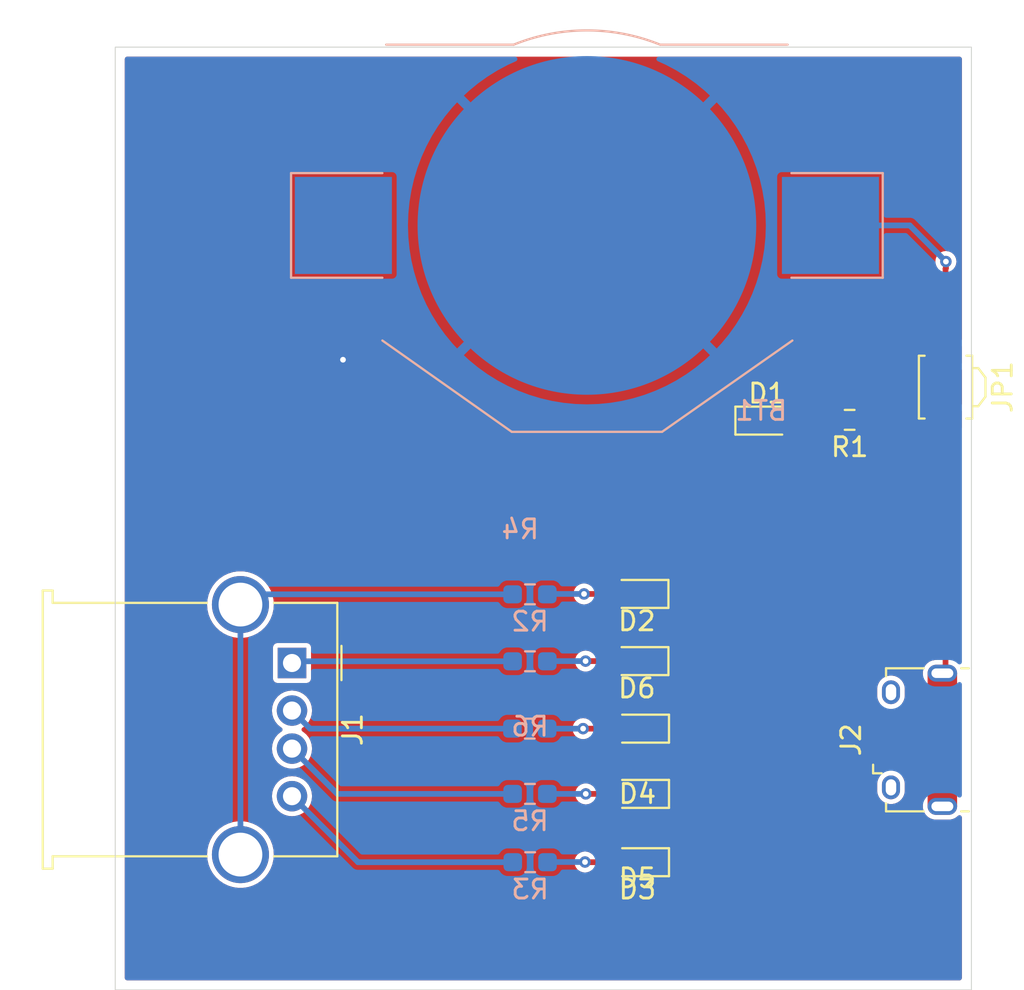
<source format=kicad_pcb>
(kicad_pcb (version 20240108) (generator "pcbnew") (generator_version "8.0")
  (layers (0 "F.Cu" signal) (31 "B.Cu" signal) (34 "B.Paste" user) (35 "F.Paste" user) (36 "B.SilkS" user "B.Silkscreen") (37 "F.SilkS" user "F.Silkscreen") (38 "B.Mask" user) (39 "F.Mask" user) (44 "Edge.Cuts" user))
  (net 0 "")
  (net 1 "Net-(BT1-+)")
  (net 2 "/Gnd")
  (net 3 "Net-(D1-A)")
  (net 4 "Net-(D2-A)")
  (net 5 "Net-(D3-A)")
  (net 6 "Net-(D4-A)")
  (net 7 "Net-(D5-A)")
  (net 8 "Net-(D6-A)")
  (net 9 "Net-(J1-D+)")
  (net 10 "Net-(J1-D-)")
  (net 11 "Net-(J1-VBUS)")
  (net 12 "Net-(J1-GND)")
  (net 13 "Net-(J1-Shield)")
  (net 14 "/Vcc")
  (footprint "Button_Switch_SMD:SW_SPST_B3U-3000P" (layer "F.Cu") (at 162.35 86.5 -90)
    (property "Reference" "JP1" (at 0 -3 90) (layer "F.SilkS"))
    (property "Value" "Jumper_2_Bridged")
    (fp_line (start -1.65 1.4) (end 1.65 1.4) (stroke (width 0.12)) (layer "F.SilkS"))
    (fp_line (start 1.65 1.4) (end 1.65 1.1) (stroke (width 0.12)) (layer "F.SilkS"))
    (fp_line (start -1.65 1.1) (end -1.65 1.4) (stroke (width 0.12)) (layer "F.SilkS"))
    (fp_line (start -1.65 -1.1) (end -1.65 -1.4) (stroke (width 0.12)) (layer "F.SilkS"))
    (fp_line (start -1.65 -1.4) (end 1.65 -1.4) (stroke (width 0.12)) (layer "F.SilkS"))
    (fp_line (start 1.65 -1.4) (end 1.65 -1.1) (stroke (width 0.12)) (layer "F.SilkS"))
    (fp_line (start -1 -1.72) (end -1 -1.4) (stroke (width 0.12)) (layer "F.SilkS"))
    (fp_line (start 1 -1.72) (end 1 -1.4) (stroke (width 0.12)) (layer "F.SilkS"))
    (fp_line (start -0.5 -2.1) (end -1 -1.72) (stroke (width 0.12)) (layer "F.SilkS"))
    (fp_line (start -0.5 -2.1) (end 0.5 -2.1) (stroke (width 0.12)) (layer "F.SilkS"))
    (fp_line (start 0.5 -2.1) (end 1 -1.72) (stroke (width 0.12)) (layer "F.SilkS"))
    (pad "1" smd rect (at -1.7 0 270) (size 0.9 1.7) (layers "F.Cu" "F.Paste" "F.Mask") (net 1 "Net-(BT1-+)"))
    (pad "2" smd rect (at 1.7 0 270) (size 0.9 1.7) (layers "F.Cu" "F.Paste" "F.Mask") (net 14 "/Vcc"))
  )
  (footprint "LED_SMD:LED_0603_1608Metric_Pad1.05x0.95mm_HandSolder" (layer "F.Cu") (at 146.125 100.9 180)
    (property "Reference" "D6" (at 0 -1.43 180) (layer "F.SilkS"))
    (property "Value" "LED")
    (fp_line (start 0.8 -0.735) (end -1.66 -0.735) (stroke (width 0.12)) (layer "F.SilkS"))
    (fp_line (start -1.66 0.735) (end 0.8 0.735) (stroke (width 0.12)) (layer "F.SilkS"))
    (fp_line (start -1.66 -0.735) (end -1.66 0.735) (stroke (width 0.12)) (layer "F.SilkS"))
    (pad "1" smd roundrect (at -0.875 0 180) (size 1.05 0.95) (layers "F.Cu" "F.Paste" "F.Mask") (net 2 "/Gnd"))
    (pad "2" smd roundrect (at 0.875 0 180) (size 1.05 0.95) (layers "F.Cu" "F.Paste" "F.Mask") (net 8 "Net-(D6-A)"))
  )
  (footprint "LED_SMD:LED_0603_1608Metric_Pad1.05x0.95mm_HandSolder" (layer "F.Cu") (at 146.155 104.45 180)
    (property "Reference" "D4" (at 0 -3.43 180) (layer "F.SilkS"))
    (property "Value" "LED")
    (fp_line (start 0.8 -0.735) (end -1.66 -0.735) (stroke (width 0.12)) (layer "F.SilkS"))
    (fp_line (start -1.66 0.735) (end 0.8 0.735) (stroke (width 0.12)) (layer "F.SilkS"))
    (fp_line (start -1.66 -0.735) (end -1.66 0.735) (stroke (width 0.12)) (layer "F.SilkS"))
    (pad "1" smd roundrect (at -0.875 0 180) (size 1.05 0.95) (layers "F.Cu" "F.Paste" "F.Mask") (net 2 "/Gnd"))
    (pad "2" smd roundrect (at 0.875 0 180) (size 1.05 0.95) (layers "F.Cu" "F.Paste" "F.Mask") (net 6 "Net-(D4-A)"))
  )
  (footprint "LED_SMD:LED_0603_1608Metric_Pad1.05x0.95mm_HandSolder" (layer "F.Cu") (at 146.155 111.47 180)
    (property "Reference" "D3" (at 0 -1.43 180) (layer "F.SilkS"))
    (property "Value" "LED")
    (fp_line (start 0.8 -0.735) (end -1.66 -0.735) (stroke (width 0.12)) (layer "F.SilkS"))
    (fp_line (start -1.66 0.735) (end 0.8 0.735) (stroke (width 0.12)) (layer "F.SilkS"))
    (fp_line (start -1.66 -0.735) (end -1.66 0.735) (stroke (width 0.12)) (layer "F.SilkS"))
    (pad "1" smd roundrect (at -0.875 0 180) (size 1.05 0.95) (layers "F.Cu" "F.Paste" "F.Mask") (net 2 "/Gnd"))
    (pad "2" smd roundrect (at 0.875 0 180) (size 1.05 0.95) (layers "F.Cu" "F.Paste" "F.Mask") (net 5 "Net-(D3-A)"))
  )
  (footprint "Connector_USB:USB_Micro-B_Amphenol_10118194_Horizontal" (layer "F.Cu") (at 160.883037 105.036607 90)
    (property "Reference" "J2" (at 0 -3.5 270) (layer "F.SilkS"))
    (property "Value" "USB_B_Micro")
    (fp_line (start -1.31 -2.34) (end -1.76 -2.34) (stroke (width 0.12)) (layer "F.SilkS"))
    (fp_line (start -1.76 -1.89) (end -1.76 -2.34) (stroke (width 0.12)) (layer "F.SilkS"))
    (fp_line (start 3.76 -1.66) (end 3.34 -1.66) (stroke (width 0.12)) (layer "F.SilkS"))
    (fp_line (start -3.76 -1.66) (end -3.34 -1.66) (stroke (width 0.12)) (layer "F.SilkS"))
    (fp_line (start 3.76 0.32) (end 3.76 -1.66) (stroke (width 0.12)) (layer "F.SilkS"))
    (fp_line (start -3.76 0.32) (end -3.76 -1.66) (stroke (width 0.12)) (layer "F.SilkS"))
    (fp_line (start 3.76 2.29) (end 3.76 2.69) (stroke (width 0.12)) (layer "F.SilkS"))
    (fp_line (start -3.76 2.69) (end -3.76 2.29) (stroke (width 0.12)) (layer "F.SilkS"))
    (pad "1" smd rect (at -1.3 -1.4 90) (size 0.4 1.35) (layers "F.Cu" "F.Paste" "F.Mask") (net 14 "/Vcc"))
    (pad "2" smd rect (at -0.65 -1.4 90) (size 0.4 1.35) (layers "F.Cu" "F.Paste" "F.Mask") (net 14 "/Vcc"))
    (pad "3" smd rect (at 0 -1.4 90) (size 0.4 1.35) (layers "F.Cu" "F.Paste" "F.Mask") (net 14 "/Vcc"))
    (pad "4" smd rect (at 0.65 -1.4 90) (size 0.4 1.35) (layers "F.Cu" "F.Paste" "F.Mask") (net 14 "/Vcc"))
    (pad "5" smd rect (at 1.3 -1.4 90) (size 0.4 1.35) (layers "F.Cu" "F.Paste" "F.Mask") (net 14 "/Vcc"))
    (pad "6" thru_hole oval (at -3.5 1.3 90) (size 0.89 1.55) (drill oval 0.5 1.15) (layers "*.Cu" "*.Mask") (net 14 "/Vcc"))
    (pad "6" smd rect (at -2.9 1.3 90) (size 1.2 1.55) (layers "F.Cu" "F.Paste" "F.Mask") (net 14 "/Vcc"))
    (pad "6" thru_hole oval (at -2.5 -1.4 90) (size 1.25 0.95) (drill oval 0.85 0.55) (layers "*.Cu" "*.Mask") (net 14 "/Vcc"))
    (pad "6" smd rect (at -1 1.3 90) (size 1.5 1.55) (layers "F.Cu" "F.Paste" "F.Mask") (net 14 "/Vcc"))
    (pad "6" smd rect (at 1 1.3 90) (size 1.5 1.55) (layers "F.Cu" "F.Paste" "F.Mask") (net 14 "/Vcc"))
    (pad "6" thru_hole oval (at 2.5 -1.4 90) (size 1.25 0.95) (drill oval 0.85 0.55) (layers "*.Cu" "*.Mask") (net 14 "/Vcc"))
    (pad "6" smd rect (at 2.9 1.3 90) (size 1.2 1.55) (layers "F.Cu" "F.Paste" "F.Mask") (net 14 "/Vcc"))
    (pad "6" thru_hole oval (at 3.5 1.3 90) (size 0.89 1.55) (drill oval 0.5 1.15) (layers "*.Cu" "*.Mask") (net 14 "/Vcc"))
  )
  (footprint "Resistor_SMD:R_0603_1608Metric_Pad0.98x0.95mm_HandSolder" (layer "F.Cu") (at 157.31 88.22 180)
    (property "Reference" "R1" (at 0 -1.43 180) (layer "F.SilkS"))
    (property "Value" "10k")
    (fp_line (start -0.254724 0.5225) (end 0.254724 0.5225) (stroke (width 0.12)) (layer "F.SilkS"))
    (fp_line (start -0.254724 -0.5225) (end 0.254724 -0.5225) (stroke (width 0.12)) (layer "F.SilkS"))
    (pad "1" smd roundrect (at -0.9125 0 180) (size 0.975 0.95) (layers "F.Cu" "F.Paste" "F.Mask") (net 14 "/Vcc"))
    (pad "2" smd roundrect (at 0.9125 0 180) (size 0.975 0.95) (layers "F.Cu" "F.Paste" "F.Mask") (net 3 "Net-(D1-A)"))
  )
  (footprint "LED_SMD:LED_0603_1608Metric_Pad1.05x0.95mm_HandSolder" (layer "F.Cu") (at 152.965 88.26)
    (property "Reference" "D1" (at 0 -1.43 360) (layer "F.SilkS"))
    (property "Value" "LED")
    (fp_line (start -1.66 -0.735) (end -1.66 0.735) (stroke (width 0.12)) (layer "F.SilkS"))
    (fp_line (start -1.66 0.735) (end 0.8 0.735) (stroke (width 0.12)) (layer "F.SilkS"))
    (fp_line (start 0.8 -0.735) (end -1.66 -0.735) (stroke (width 0.12)) (layer "F.SilkS"))
    (pad "1" smd roundrect (at -0.875 0) (size 1.05 0.95) (layers "F.Cu" "F.Paste" "F.Mask") (net 2 "/Gnd"))
    (pad "2" smd roundrect (at 0.875 0) (size 1.05 0.95) (layers "F.Cu" "F.Paste" "F.Mask") (net 3 "Net-(D1-A)"))
  )
  (footprint "LED_SMD:LED_0603_1608Metric_Pad1.05x0.95mm_HandSolder" (layer "F.Cu") (at 146.155 107.88 180)
    (property "Reference" "D5" (at 0 -4.43 180) (layer "F.SilkS"))
    (property "Value" "LED")
    (fp_line (start 0.8 -0.735) (end -1.66 -0.735) (stroke (width 0.12)) (layer "F.SilkS"))
    (fp_line (start -1.66 0.735) (end 0.8 0.735) (stroke (width 0.12)) (layer "F.SilkS"))
    (fp_line (start -1.66 -0.735) (end -1.66 0.735) (stroke (width 0.12)) (layer "F.SilkS"))
    (pad "1" smd roundrect (at -0.875 0 180) (size 1.05 0.95) (layers "F.Cu" "F.Paste" "F.Mask") (net 2 "/Gnd"))
    (pad "2" smd roundrect (at 0.875 0 180) (size 1.05 0.95) (layers "F.Cu" "F.Paste" "F.Mask") (net 7 "Net-(D5-A)"))
  )
  (footprint "LED_SMD:LED_0603_1608Metric_Pad1.05x0.95mm_HandSolder" (layer "F.Cu") (at 146.125 97.37 180)
    (property "Reference" "D2" (at 0 -1.43 180) (layer "F.SilkS"))
    (property "Value" "LED")
    (fp_line (start 0.8 -0.735) (end -1.66 -0.735) (stroke (width 0.12)) (layer "F.SilkS"))
    (fp_line (start -1.66 0.735) (end 0.8 0.735) (stroke (width 0.12)) (layer "F.SilkS"))
    (fp_line (start -1.66 -0.735) (end -1.66 0.735) (stroke (width 0.12)) (layer "F.SilkS"))
    (pad "1" smd roundrect (at -0.875 0 180) (size 1.05 0.95) (layers "F.Cu" "F.Paste" "F.Mask") (net 2 "/Gnd"))
    (pad "2" smd roundrect (at 0.875 0 180) (size 1.05 0.95) (layers "F.Cu" "F.Paste" "F.Mask") (net 4 "Net-(D2-A)"))
  )
  (footprint "Connector_USB:USB_A_Molex_67643_Horizontal" (layer "F.Cu") (at 128 101 -90)
    (property "Reference" "J1" (at 3.5 -3.19 90) (layer "F.SilkS"))
    (property "Value" "USB_A")
    (fp_line (start -3.81 13.1) (end 10.81 13.1) (stroke (width 0.12)) (layer "F.SilkS"))
    (fp_line (start 10.81 13.1) (end 10.81 12.58) (stroke (width 0.12)) (layer "F.SilkS"))
    (fp_line (start -3.81 12.58) (end -3.81 13.1) (stroke (width 0.12)) (layer "F.SilkS"))
    (fp_line (start -3.16 12.58) (end -3.81 12.58) (stroke (width 0.12)) (layer "F.SilkS"))
    (fp_line (start -3.16 12.58) (end -3.16 4.47) (stroke (width 0.12)) (layer "F.SilkS"))
    (fp_line (start 10.81 12.58) (end 10.16 12.58) (stroke (width 0.12)) (layer "F.SilkS"))
    (fp_line (start 10.16 4.47) (end 10.16 12.58) (stroke (width 0.12)) (layer "F.SilkS"))
    (fp_line (start -3.16 -2.38) (end -3.16 0.95) (stroke (width 0.12)) (layer "F.SilkS"))
    (fp_line (start -3.16 -2.38) (end 10.16 -2.38) (stroke (width 0.12)) (layer "F.SilkS"))
    (fp_line (start 10.16 -2.38) (end 10.16 0.95) (stroke (width 0.12)) (layer "F.SilkS"))
    (fp_line (start -0.9 -2.6) (end 0.9 -2.6) (stroke (width 0.12)) (layer "F.SilkS"))
    (pad "1" thru_hole rect (at 0 0 270) (size 1.6 1.5) (drill 0.95) (layers "*.Cu" "*.Mask") (net 11 "Net-(J1-VBUS)"))
    (pad "2" thru_hole circle (at 2.5 0 270) (size 1.6 1.6) (drill 0.95) (layers "*.Cu" "*.Mask") (net 10 "Net-(J1-D-)"))
    (pad "3" thru_hole circle (at 4.5 0 270) (size 1.6 1.6) (drill 0.95) (layers "*.Cu" "*.Mask") (net 9 "Net-(J1-D+)"))
    (pad "4" thru_hole circle (at 7 0 270) (size 1.6 1.6) (drill 0.95) (layers "*.Cu" "*.Mask") (net 12 "Net-(J1-GND)"))
    (pad "5" thru_hole circle (at -3.07 2.71 270) (size 3 3) (drill 2.3) (layers "*.Cu" "*.Mask") (net 13 "Net-(J1-Shield)"))
    (pad "5" thru_hole circle (at 10.07 2.71 270) (size 3 3) (drill 2.3) (layers "*.Cu" "*.Mask") (net 13 "Net-(J1-Shield)"))
  )
  (footprint "Resistor_SMD:R_0603_1608Metric_Pad0.98x0.95mm_HandSolder" (layer "B.Cu") (at 140.5175 111.47)
    (property "Reference" "R3" (at 0 1.43 360) (layer "B.SilkS") (effects (justify mirror)))
    (property "Value" "10k")
    (fp_line (start 0.254724 -0.5225) (end -0.254724 -0.5225) (stroke (width 0.12)) (layer "B.SilkS"))
    (fp_line (start 0.254724 0.5225) (end -0.254724 0.5225) (stroke (width 0.12)) (layer "B.SilkS"))
    (pad "1" smd roundrect (at -0.9125 0) (size 0.975 0.95) (layers "B.Cu" "B.Paste" "B.Mask") (net 12 "Net-(J1-GND)"))
    (pad "2" smd roundrect (at 0.9125 0) (size 0.975 0.95) (layers "B.Cu" "B.Paste" "B.Mask") (net 5 "Net-(D3-A)"))
  )
  (footprint "Resistor_SMD:R_0603_1608Metric_Pad0.98x0.95mm_HandSolder" (layer "B.Cu") (at 140.5075 107.88)
    (property "Reference" "R5" (at 0 1.43 360) (layer "B.SilkS") (effects (justify mirror)))
    (property "Value" "10k")
    (fp_line (start 0.254724 -0.5225) (end -0.254724 -0.5225) (stroke (width 0.12)) (layer "B.SilkS"))
    (fp_line (start 0.254724 0.5225) (end -0.254724 0.5225) (stroke (width 0.12)) (layer "B.SilkS"))
    (pad "1" smd roundrect (at -0.9125 0) (size 0.975 0.95) (layers "B.Cu" "B.Paste" "B.Mask") (net 9 "Net-(J1-D+)"))
    (pad "2" smd roundrect (at 0.9125 0) (size 0.975 0.95) (layers "B.Cu" "B.Paste" "B.Mask") (net 7 "Net-(D5-A)"))
  )
  (footprint "Battery:BatteryHolder_Keystone_3002_1x2032" (layer "B.Cu") (at 143.5 78 180)
    (property "Reference" "BT1" (at -9.1625 -9.74 180) (layer "B.SilkS") (effects (justify mirror)))
    (property "Value" "Battery_Cell")
    (fp_line (start 15.55 2.75) (end 15.55 -2.75) (stroke (width 0.12)) (layer "B.SilkS"))
    (fp_line (start 15.55 -2.75) (end 10.75 -2.75) (stroke (width 0.12)) (layer "B.SilkS"))
    (fp_line (start 10.75 2.75) (end 15.55 2.75) (stroke (width 0.12)) (layer "B.SilkS"))
    (fp_line (start 10.75 -6.05) (end 3.95 -10.85) (stroke (width 0.12)) (layer "B.SilkS"))
    (fp_line (start 3.95 -10.85) (end -3.95 -10.85) (stroke (width 0.12)) (layer "B.SilkS"))
    (fp_line (start 3.85 9.5) (end 10.55 9.5) (stroke (width 0.12)) (layer "B.SilkS"))
    (fp_line (start -3.85 9.5) (end -10.55 9.5) (stroke (width 0.12)) (layer "B.SilkS"))
    (fp_line (start -3.95 -10.85) (end -10.8 -6.05) (stroke (width 0.12)) (layer "B.SilkS"))
    (fp_line (start -10.75 -2.75) (end -15.55 -2.75) (stroke (width 0.12)) (layer "B.SilkS"))
    (fp_line (start -15.55 2.75) (end -10.75 2.75) (stroke (width 0.12)) (layer "B.SilkS"))
    (fp_line (start -15.55 -2.75) (end -15.55 2.75) (stroke (width 0.12)) (layer "B.SilkS"))
    (fp_arc (start 3.85 9.5) (mid 0.00195 10.250488) (end -3.846385 9.501464) (stroke (width 0.12)) (layer "B.SilkS"))
    (pad "1" smd rect (at -12.8 0 180) (size 5.1 5.1) (layers "B.Cu" "B.Paste" "B.Mask") (net 1 "Net-(BT1-+)"))
    (pad "1" smd rect (at 12.8 0 180) (size 5.1 5.1) (layers "B.Cu" "B.Paste" "B.Mask") (net 1 "Net-(BT1-+)"))
    (pad "2" smd circle (at 0 0 180) (size 17.8 17.8) (layers "B.Cu" "B.Mask") (net 2 "/Gnd"))
  )
  (footprint "Resistor_SMD:R_0603_1608Metric_Pad0.98x0.95mm_HandSolder" (layer "B.Cu") (at 140.4975 104.45)
    (property "Reference" "R4" (at -0.5 -10.48 360) (layer "B.SilkS") (effects (justify mirror)))
    (property "Value" "10k")
    (fp_line (start 0.254724 -0.5225) (end -0.254724 -0.5225) (stroke (width 0.12)) (layer "B.SilkS"))
    (fp_line (start 0.254724 0.5225) (end -0.254724 0.5225) (stroke (width 0.12)) (layer "B.SilkS"))
    (pad "1" smd roundrect (at -0.9125 0) (size 0.975 0.95) (layers "B.Cu" "B.Paste" "B.Mask") (net 10 "Net-(J1-D-)"))
    (pad "2" smd roundrect (at 0.9125 0) (size 0.975 0.95) (layers "B.Cu" "B.Paste" "B.Mask") (net 6 "Net-(D4-A)"))
  )
  (footprint "Resistor_SMD:R_0603_1608Metric_Pad0.98x0.95mm_HandSolder" (layer "B.Cu") (at 140.5075 97.39)
    (property "Reference" "R2" (at 0 1.43 360) (layer "B.SilkS") (effects (justify mirror)))
    (property "Value" "10k")
    (fp_line (start 0.254724 -0.5225) (end -0.254724 -0.5225) (stroke (width 0.12)) (layer "B.SilkS"))
    (fp_line (start 0.254724 0.5225) (end -0.254724 0.5225) (stroke (width 0.12)) (layer "B.SilkS"))
    (pad "1" smd roundrect (at -0.9125 0) (size 0.975 0.95) (layers "B.Cu" "B.Paste" "B.Mask") (net 13 "Net-(J1-Shield)"))
    (pad "2" smd roundrect (at 0.9125 0) (size 0.975 0.95) (layers "B.Cu" "B.Paste" "B.Mask") (net 4 "Net-(D2-A)"))
  )
  (footprint "Resistor_SMD:R_0603_1608Metric_Pad0.98x0.95mm_HandSolder" (layer "B.Cu") (at 140.5075 100.91)
    (property "Reference" "R6" (at 0 3.43 360) (layer "B.SilkS") (effects (justify mirror)))
    (property "Value" "10k")
    (fp_line (start 0.254724 -0.5225) (end -0.254724 -0.5225) (stroke (width 0.12)) (layer "B.SilkS"))
    (fp_line (start 0.254724 0.5225) (end -0.254724 0.5225) (stroke (width 0.12)) (layer "B.SilkS"))
    (pad "1" smd roundrect (at -0.9125 0) (size 0.975 0.95) (layers "B.Cu" "B.Paste" "B.Mask") (net 11 "Net-(J1-VBUS)"))
    (pad "2" smd roundrect (at 0.9125 0) (size 0.975 0.95) (layers "B.Cu" "B.Paste" "B.Mask") (net 8 "Net-(D6-A)"))
  )
  (gr_rect (start 118.71 68.63) (end 163.71 118.18) (stroke (width 0.05)) (fill none) (layer "Edge.Cuts"))
  (segment (start 162.37 80.25) (end 162.35 80.27) (width 0.3) (layer "F.Cu") (net 1))
  (segment (start 162.35 80.27) (end 162.35 84.8) (width 0.3) (layer "F.Cu") (net 1))
  (segment (start 162.37 79.9) (end 162.37 80.25) (width 0.3) (layer "F.Cu") (net 1))
  (via (at 162.37 79.9) (size 0.6) (drill 0.3) (layers "F.Cu" "B.Cu") (net 1))
  (segment (start 160.47 78) (end 162.37 79.9) (width 0.3) (layer "B.Cu") (net 1))
  (segment (start 156.3 78) (end 160.47 78) (width 0.3) (layer "B.Cu") (net 1))
  (via (at 130.68 85.06) (size 0.6) (drill 0.3) (layers "F.Cu" "B.Cu") (net 2))
  (segment (start 156.3575 88.26) (end 156.3975 88.22) (width 0.3) (layer "F.Cu") (net 3))
  (segment (start 153.84 88.26) (end 156.3575 88.26) (width 0.3) (layer "F.Cu") (net 3))
  (segment (start 145.25 97.37) (end 143.35 97.37) (width 0.3) (layer "F.Cu") (net 4))
  (via (at 143.35 97.37) (size 0.6) (drill 0.3) (layers "F.Cu" "B.Cu") (net 4))
  (segment (start 143.35 97.37) (end 141.44 97.37) (width 0.3) (layer "B.Cu") (net 4))
  (segment (start 141.44 97.37) (end 141.42 97.39) (width 0.3) (layer "B.Cu") (net 4))
  (segment (start 145.28 111.47) (end 143.41 111.47) (width 0.3) (layer "F.Cu") (net 5))
  (segment (start 143.41 111.47) (end 143.4 111.46) (width 0.3) (layer "F.Cu") (net 5))
  (via (at 143.4 111.46) (size 0.6) (drill 0.3) (layers "F.Cu" "B.Cu") (net 5))
  (segment (start 141.44 111.46) (end 141.43 111.47) (width 0.3) (layer "B.Cu") (net 5))
  (segment (start 143.4 111.46) (end 141.44 111.46) (width 0.3) (layer "B.Cu") (net 5))
  (segment (start 145.28 104.45) (end 143.3 104.45) (width 0.3) (layer "F.Cu") (net 6))
  (via (at 143.3 104.45) (size 0.6) (drill 0.3) (layers "F.Cu" "B.Cu") (net 6))
  (segment (start 143.3 104.45) (end 141.41 104.45) (width 0.3) (layer "B.Cu") (net 6))
  (segment (start 145.28 107.88) (end 143.44 107.88) (width 0.3) (layer "F.Cu") (net 7))
  (via (at 143.44 107.88) (size 0.6) (drill 0.3) (layers "F.Cu" "B.Cu") (net 7))
  (segment (start 143.44 107.88) (end 141.42 107.88) (width 0.3) (layer "B.Cu") (net 7))
  (segment (start 145.25 100.9) (end 143.43 100.9) (width 0.3) (layer "F.Cu") (net 8))
  (via (at 143.43 100.9) (size 0.6) (drill 0.3) (layers "F.Cu" "B.Cu") (net 8))
  (segment (start 141.43 100.9) (end 141.42 100.91) (width 0.3) (layer "B.Cu") (net 8))
  (segment (start 143.43 100.9) (end 141.43 100.9) (width 0.3) (layer "B.Cu") (net 8))
  (segment (start 130.38 107.88) (end 128 105.5) (width 0.3) (layer "B.Cu") (net 9))
  (segment (start 139.595 107.88) (end 130.38 107.88) (width 0.3) (layer "B.Cu") (net 9))
  (segment (start 139.585 104.45) (end 128.95 104.45) (width 0.3) (layer "B.Cu") (net 10))
  (segment (start 128.95 104.45) (end 128 103.5) (width 0.3) (layer "B.Cu") (net 10))
  (segment (start 128.09 100.91) (end 128 101) (width 0.3) (layer "B.Cu") (net 11))
  (segment (start 139.595 100.91) (end 128.09 100.91) (width 0.3) (layer "B.Cu") (net 11))
  (segment (start 131.47 111.47) (end 128 108) (width 0.3) (layer "B.Cu") (net 12))
  (segment (start 139.605 111.47) (end 131.47 111.47) (width 0.3) (layer "B.Cu") (net 12))
  (segment (start 125.83 97.39) (end 125.29 97.93) (width 0.3) (layer "B.Cu") (net 13))
  (segment (start 139.595 97.39) (end 125.83 97.39) (width 0.3) (layer "B.Cu") (net 13))
  (segment (start 125.29 97.93) (end 125.29 111.07) (width 0.3) (layer "B.Cu") (net 13))
  (segment (start 162.183037 102.136607) (end 162.183037 104.036607) (width 0.3) (layer "F.Cu") (net 14))
  (segment (start 161.833037 105.686607) (end 162.183037 106.036607) (width 0.3) (layer "F.Cu") (net 14))
  (segment (start 162.183037 106.036607) (end 162.183037 107.936607) (width 0.3) (layer "F.Cu") (net 14))
  (segment (start 162.35 88.2) (end 162.35 101.969644) (width 0.3) (layer "F.Cu") (net 14))
  (segment (start 159.483037 105.686607) (end 161.833037 105.686607) (width 0.3) (layer "F.Cu") (net 14))
  (segment (start 162.35 101.969644) (end 162.183037 102.136607) (width 0.3) (layer "F.Cu") (net 14))
  (segment (start 159.483037 106.336607) (end 159.483037 105.686607) (width 0.3) (layer "F.Cu") (net 14))
  (segment (start 162.183037 104.036607) (end 162.183037 106.036607) (width 0.3) (layer "F.Cu") (net 14))
  (segment (start 159.483037 105.686607) (end 159.483037 105.036607) (width 0.3) (layer "F.Cu") (net 14))
  (segment (start 162.33 88.18) (end 162.35 88.2) (width 0.3) (layer "F.Cu") (net 14))
  (segment (start 159.483037 104.386607) (end 161.833037 104.386607) (width 0.3) (layer "F.Cu") (net 14))
  (segment (start 161.833037 104.386607) (end 162.183037 104.036607) (width 0.3) (layer "F.Cu") (net 14))
  (segment (start 159.483037 105.036607) (end 159.483037 104.386607) (width 0.3) (layer "F.Cu") (net 14))
  (segment (start 162.33 88.22) (end 162.35 88.2) (width 0.3) (layer "F.Cu") (net 14))
  (segment (start 159.483037 103.736607) (end 159.483037 104.386607) (width 0.3) (layer "F.Cu") (net 14))
  (segment (start 158.2225 88.22) (end 162.33 88.22) (width 0.3) (layer "F.Cu") (net 14))
  (zone (net 2) (net_name "/Gnd") (layers "F&B.Cu") (connect_pads (clearance 0.25)) (min_thickness 0.25) (fill yes (thermal_gap 0.5) (thermal_bridge_width 0.5))
    (polygon (pts (xy 118.72 68.64) (xy 163.7 68.64) (xy 163.71 118.18) (xy 118.71 118.18)))
  )
)
</source>
